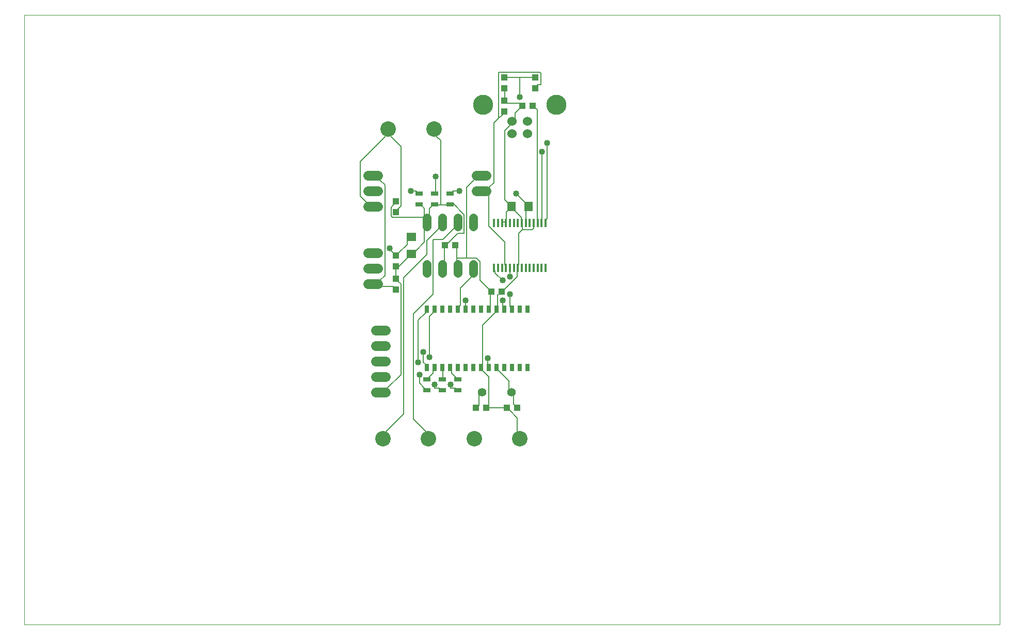
<source format=gtl>
G75*
G70*
%OFA0B0*%
%FSLAX24Y24*%
%IPPOS*%
%LPD*%
%AMOC8*
5,1,8,0,0,1.08239X$1,22.5*
%
%ADD10C,0.0000*%
%ADD11R,0.0300X0.0500*%
%ADD12C,0.0560*%
%ADD13R,0.0433X0.0394*%
%ADD14C,0.0560*%
%ADD15R,0.0551X0.0630*%
%ADD16R,0.0394X0.0433*%
%ADD17R,0.0137X0.0550*%
%ADD18C,0.0600*%
%ADD19C,0.1300*%
%ADD20C,0.0634*%
%ADD21C,0.1000*%
%ADD22C,0.0640*%
%ADD23R,0.0630X0.0551*%
%ADD24R,0.0472X0.0315*%
%ADD25C,0.0080*%
%ADD26C,0.0400*%
D10*
X000101Y000101D02*
X000101Y039471D01*
X063093Y039471D01*
X063093Y000101D01*
X000101Y000101D01*
D11*
X026101Y016719D03*
X026601Y016719D03*
X027101Y016719D03*
X027601Y016719D03*
X028101Y016719D03*
X028601Y016719D03*
X029101Y016719D03*
X029601Y016719D03*
X030101Y016719D03*
X030601Y016719D03*
X031101Y016719D03*
X031601Y016719D03*
X032101Y016719D03*
X032601Y016719D03*
X032601Y020483D03*
X032101Y020483D03*
X031601Y020483D03*
X031101Y020483D03*
X030601Y020483D03*
X030101Y020483D03*
X029601Y020483D03*
X029101Y020483D03*
X028601Y020483D03*
X028101Y020483D03*
X027601Y020483D03*
X027101Y020483D03*
X026601Y020483D03*
X026101Y020483D03*
D12*
X029651Y015101D03*
X031551Y015101D03*
D13*
X031266Y014101D03*
X031935Y014101D03*
X029935Y014101D03*
X029266Y014101D03*
X030266Y021601D03*
X030935Y021601D03*
X027935Y024601D03*
X027266Y024601D03*
X032266Y033601D03*
X032935Y033601D03*
D14*
X029101Y026381D02*
X029101Y025821D01*
X028101Y025821D02*
X028101Y026381D01*
X027101Y026381D02*
X027101Y025821D01*
X026101Y025821D02*
X026101Y026381D01*
X026101Y023381D02*
X026101Y022821D01*
X027101Y022821D02*
X027101Y023381D01*
X028101Y023381D02*
X028101Y022821D01*
X029101Y022821D02*
X029101Y023381D01*
D15*
X031550Y027101D03*
X032652Y027101D03*
D16*
X024101Y026766D03*
X024101Y027435D03*
X024101Y023935D03*
X024101Y023266D03*
X024101Y022435D03*
X024101Y021766D03*
X031101Y033266D03*
X031101Y033935D03*
X031101Y034766D03*
X031101Y035435D03*
X033101Y035435D03*
X033101Y034766D03*
D17*
X032996Y026040D03*
X032741Y026040D03*
X032485Y026040D03*
X032229Y026040D03*
X031973Y026040D03*
X031717Y026040D03*
X031461Y026040D03*
X031205Y026040D03*
X030949Y026040D03*
X030693Y026040D03*
X030437Y026040D03*
X033252Y026040D03*
X033508Y026040D03*
X033764Y026040D03*
X033764Y023161D03*
X033508Y023161D03*
X033252Y023161D03*
X032996Y023161D03*
X032741Y023161D03*
X032485Y023161D03*
X032229Y023161D03*
X031973Y023161D03*
X031717Y023161D03*
X031461Y023161D03*
X031205Y023161D03*
X030949Y023161D03*
X030693Y023161D03*
X030437Y023161D03*
D18*
X031609Y031821D03*
X032593Y031821D03*
X032593Y032601D03*
X031609Y032601D03*
D19*
X029731Y033671D03*
X034471Y033671D03*
D20*
X023418Y019101D02*
X022784Y019101D01*
X022784Y018101D02*
X023418Y018101D01*
X023418Y017101D02*
X022784Y017101D01*
X022784Y016101D02*
X023418Y016101D01*
X023418Y015101D02*
X022784Y015101D01*
D21*
X023243Y012101D03*
X026195Y012101D03*
X029148Y012101D03*
X032101Y012101D03*
X026554Y032101D03*
X023601Y032101D03*
D22*
X022921Y029101D02*
X022281Y029101D01*
X022281Y028101D02*
X022921Y028101D01*
X022921Y027101D02*
X022281Y027101D01*
X022281Y024101D02*
X022921Y024101D01*
X022921Y023101D02*
X022281Y023101D01*
X022281Y022101D02*
X022921Y022101D01*
X029281Y028101D02*
X029921Y028101D01*
X029921Y029101D02*
X029281Y029101D01*
D23*
X025101Y025152D03*
X025101Y024050D03*
D24*
X025601Y027246D03*
X025601Y027955D03*
X026601Y027955D03*
X027601Y027955D03*
X027601Y027246D03*
X026601Y027246D03*
X027101Y015955D03*
X026101Y015955D03*
X026101Y015246D03*
X027101Y015246D03*
X028101Y015246D03*
X028101Y015955D03*
D25*
X027941Y016101D01*
X027701Y016341D01*
X027701Y016501D01*
X027601Y016719D01*
X027101Y016719D02*
X027141Y016501D01*
X027141Y016101D01*
X027101Y015955D01*
X027621Y015621D02*
X027621Y015381D01*
X027941Y015381D01*
X028101Y015246D01*
X027101Y015246D02*
X026901Y015381D01*
X026581Y015381D01*
X026581Y015621D01*
X026261Y016101D02*
X026101Y015955D01*
X026261Y016101D02*
X026501Y016341D01*
X026501Y016501D01*
X026601Y016719D01*
X026101Y016719D02*
X026021Y016901D01*
X025861Y017061D01*
X025861Y017701D01*
X026261Y017381D02*
X026261Y020021D01*
X026501Y020261D01*
X026601Y020483D01*
X026101Y020483D02*
X026021Y020261D01*
X025541Y019781D01*
X025541Y017061D01*
X025621Y016261D02*
X025621Y015701D01*
X025941Y015381D01*
X026101Y015246D01*
X024421Y016261D02*
X024421Y022101D01*
X024261Y022261D01*
X024101Y022435D01*
X024101Y023266D01*
X024261Y023221D01*
X024821Y023781D01*
X025101Y024050D01*
X025381Y024261D01*
X025941Y024821D01*
X025941Y025621D01*
X026101Y026101D01*
X026261Y026581D01*
X026261Y026981D01*
X026421Y027141D01*
X026601Y027246D01*
X026821Y027221D01*
X026981Y027221D01*
X026981Y031381D01*
X026741Y031621D01*
X026554Y032101D01*
X024421Y030981D02*
X023781Y031621D01*
X023601Y032101D01*
X023381Y031621D01*
X021781Y030021D01*
X021781Y027781D01*
X022181Y027381D01*
X022601Y027101D01*
X023781Y027061D02*
X023781Y026501D01*
X023861Y026421D01*
X025861Y026421D01*
X026101Y026101D01*
X025941Y026581D01*
X025941Y026981D01*
X025781Y027141D01*
X025601Y027246D01*
X025601Y027955D02*
X025381Y028101D01*
X025061Y028101D01*
X024101Y027435D02*
X023941Y027221D01*
X023781Y027061D01*
X024101Y026766D02*
X024261Y026981D01*
X024421Y027141D01*
X024421Y030981D01*
X023061Y028821D02*
X022601Y029101D01*
X023061Y028821D02*
X023381Y028501D01*
X023381Y022661D01*
X023061Y022341D01*
X022601Y022101D01*
X023141Y021941D01*
X023941Y021941D01*
X024101Y021766D01*
X024581Y022501D02*
X024581Y013701D01*
X023461Y012581D01*
X023243Y012101D01*
X025221Y013381D02*
X026021Y012581D01*
X026195Y012101D01*
X025221Y013381D02*
X025221Y020181D01*
X026501Y021461D01*
X026501Y024981D01*
X027141Y024981D01*
X027861Y025701D01*
X028101Y026101D01*
X028501Y026581D02*
X028501Y025381D01*
X028101Y025381D01*
X027461Y024741D01*
X027266Y024601D01*
X027221Y024421D01*
X027221Y023621D01*
X027101Y023101D01*
X028101Y023101D02*
X028021Y023621D01*
X028021Y023781D01*
X028661Y023781D01*
X028661Y028341D01*
X029141Y028821D01*
X029601Y029101D01*
X030101Y028341D02*
X029601Y028101D01*
X030101Y027861D01*
X030101Y025861D01*
X031141Y024821D01*
X031141Y023381D01*
X031205Y023161D01*
X031461Y023161D02*
X031461Y022901D01*
X031461Y022581D01*
X031941Y022581D02*
X031141Y021781D01*
X030935Y021601D01*
X030741Y021461D01*
X030661Y021381D01*
X030661Y020661D01*
X030601Y020483D01*
X030501Y020261D01*
X029701Y019461D01*
X029701Y016901D01*
X029601Y016719D01*
X029701Y016501D01*
X030101Y016101D01*
X030101Y014261D01*
X029935Y014101D01*
X031266Y014101D01*
X031461Y013941D01*
X031941Y013461D01*
X031941Y012581D01*
X032101Y012101D01*
X031935Y014101D02*
X031781Y014261D01*
X031701Y014341D01*
X031701Y014901D01*
X031551Y015101D01*
X031381Y015301D01*
X031381Y015861D01*
X030741Y016501D01*
X030601Y016719D01*
X030101Y016719D02*
X030021Y016901D01*
X030021Y017301D01*
X029651Y015101D02*
X029461Y014901D01*
X029461Y014261D01*
X029266Y014101D01*
X024421Y016261D02*
X023541Y015381D01*
X023101Y015101D01*
X028101Y020483D02*
X028181Y020661D01*
X028261Y020741D01*
X028261Y021861D01*
X028981Y022581D01*
X029101Y023101D01*
X029541Y023541D02*
X029301Y023781D01*
X028661Y023781D01*
X028021Y023781D02*
X028021Y024421D01*
X027935Y024601D01*
X026901Y025701D02*
X027101Y026101D01*
X026901Y025701D02*
X026101Y024901D01*
X026101Y024021D01*
X024581Y022501D01*
X024101Y023935D02*
X023941Y024101D01*
X023701Y024341D01*
X023701Y024421D01*
X024101Y023935D02*
X024261Y024101D01*
X024821Y024661D01*
X024821Y024901D01*
X025101Y025152D01*
X026981Y027221D02*
X027381Y027221D01*
X027601Y027246D01*
X027781Y027301D01*
X028501Y026581D01*
X028181Y028101D02*
X027781Y028101D01*
X027601Y027955D01*
X026661Y028101D02*
X026601Y027955D01*
X026661Y028101D02*
X026661Y029061D01*
X030101Y028341D02*
X030421Y028661D01*
X030421Y032501D01*
X030741Y032821D01*
X030741Y035781D01*
X033381Y035781D01*
X033461Y035701D01*
X033461Y034981D01*
X033221Y034981D01*
X033101Y034766D01*
X033101Y035435D02*
X032981Y035461D01*
X032101Y035461D01*
X032101Y034181D01*
X032101Y033781D02*
X031221Y033781D01*
X031101Y033935D01*
X031141Y034101D01*
X031141Y034581D01*
X031101Y034766D01*
X031101Y035435D02*
X031221Y035461D01*
X032101Y035461D01*
X032101Y033781D02*
X032266Y033601D01*
X032101Y033461D01*
X031781Y033141D01*
X031781Y032821D01*
X031609Y032601D01*
X031461Y032341D01*
X031141Y032021D01*
X031141Y027541D01*
X031301Y027381D01*
X031550Y027101D01*
X031301Y026821D01*
X031221Y026741D01*
X031221Y026261D01*
X031205Y026040D01*
X031141Y026101D01*
X030981Y026101D01*
X030949Y026040D01*
X031781Y026821D02*
X031550Y027101D01*
X031781Y026821D02*
X032181Y026421D01*
X032181Y026261D01*
X032229Y026040D01*
X032261Y025781D01*
X032261Y025621D01*
X032021Y025381D01*
X032021Y023381D01*
X031973Y023161D01*
X031941Y022901D01*
X031941Y022581D01*
X030981Y022341D02*
X030501Y022821D01*
X030501Y022901D01*
X030437Y023161D01*
X029541Y023541D02*
X029541Y022341D01*
X030101Y021781D01*
X030266Y021601D01*
X030181Y021461D01*
X030181Y020661D01*
X030101Y020483D01*
X030981Y020661D02*
X030981Y021061D01*
X030981Y020661D02*
X031101Y020483D01*
X031461Y020661D02*
X031601Y020483D01*
X031461Y020661D02*
X031461Y021461D01*
X028581Y021061D02*
X028581Y020661D01*
X028601Y020483D01*
X032261Y025621D02*
X032901Y025621D01*
X032981Y025701D01*
X032981Y025781D01*
X032996Y026040D01*
X033252Y026040D02*
X033221Y026261D01*
X033221Y033381D01*
X033141Y033461D01*
X032935Y033601D01*
X031101Y033266D02*
X030981Y033061D01*
X030741Y032821D01*
X033861Y031221D02*
X033861Y026341D01*
X033781Y026261D01*
X033764Y026040D01*
X033508Y026040D02*
X033541Y026261D01*
X033541Y030661D01*
X031861Y027941D02*
X032421Y027381D01*
X032652Y027101D01*
X032501Y026821D01*
X032501Y026261D01*
X032485Y026040D01*
D26*
X031861Y027941D03*
X028181Y028101D03*
X026661Y029061D03*
X025061Y028101D03*
X023701Y024421D03*
X028581Y021061D03*
X030981Y021061D03*
X031461Y021461D03*
X030981Y022341D03*
X031461Y022581D03*
X025861Y017701D03*
X026261Y017381D03*
X025541Y017061D03*
X025621Y016261D03*
X026581Y015621D03*
X027621Y015621D03*
X030021Y017301D03*
X033541Y030661D03*
X033861Y031221D03*
X032101Y034181D03*
M02*

</source>
